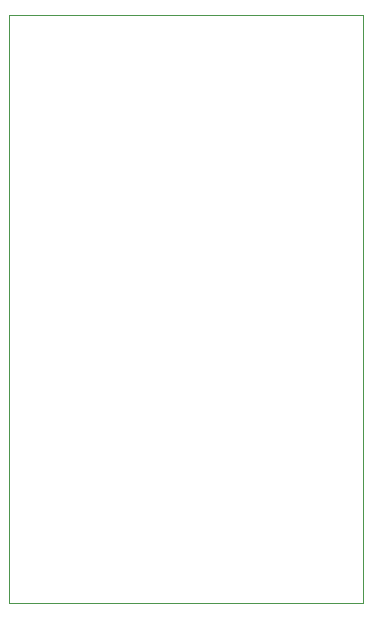
<source format=gbr>
%TF.GenerationSoftware,KiCad,Pcbnew,(6.0.4-0)*%
%TF.CreationDate,2022-07-24T15:42:13+01:00*%
%TF.ProjectId,isp_interface,6973705f-696e-4746-9572-666163652e6b,0.1.0*%
%TF.SameCoordinates,PX55f1c20PY82dabb0*%
%TF.FileFunction,Profile,NP*%
%FSLAX46Y46*%
G04 Gerber Fmt 4.6, Leading zero omitted, Abs format (unit mm)*
G04 Created by KiCad (PCBNEW (6.0.4-0)) date 2022-07-24 15:42:13*
%MOMM*%
%LPD*%
G01*
G04 APERTURE LIST*
%TA.AperFunction,Profile*%
%ADD10C,0.100000*%
%TD*%
G04 APERTURE END LIST*
D10*
X50800Y49834800D02*
X30022800Y49834800D01*
X30022800Y49834800D02*
X30022800Y50800D01*
X30022800Y50800D02*
X50800Y50800D01*
X50800Y50800D02*
X50800Y49834800D01*
M02*

</source>
